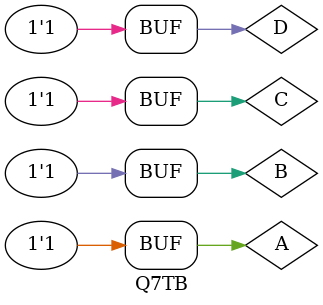
<source format=v>
module Q7 (W,X,Y,Z,A,B,C,D);
output W,X,Y,Z;
input A,B,C,D;
wire w1,w2,w3;
assign w1 = A ^ B;
assign w2 = w1 ^ C;
assign w3 = w2 ^ D;
assign W = A;
assign X = w1;
assign Y = w2;
assign Z = w3;

endmodule

module Q7TB;
reg A,B,C,D;
wire W,X,Y,Z;

Q7 M0 (W,X,Y,Z,A,B,C,D);

initial begin
    $dumpfile("4.7TB.vcd");
    $dumpvars(0, Q7TB);
end

initial begin
    A = 1'b0;B = 1'b0; C = 1'b0; D = 1'b0;
    #4 A = 1'b0;B = 1'b0; C = 1'b0; D = 1'b1;
    #4 A = 1'b0;B = 1'b0; C = 1'b1; D = 1'b0;
    #4 A = 1'b0;B = 1'b0; C = 1'b1; D = 1'b1;
    #4 A = 1'b0;B = 1'b1; C = 1'b0; D = 1'b0;
    #4 A = 1'b0;B = 1'b1; C = 1'b0; D = 1'b1;
    #4 A = 1'b0;B = 1'b1; C = 1'b1; D = 1'b0;
    #4 A = 1'b0;B = 1'b1; C = 1'b1; D = 1'b1;
    #4 A = 1'b1;B = 1'b0; C = 1'b0; D = 1'b0;
    #4 A = 1'b1;B = 1'b0; C = 1'b0; D = 1'b1;
    #4 A = 1'b1;B = 1'b0; C = 1'b1; D = 1'b0;
    #4 A = 1'b1;B = 1'b0; C = 1'b1; D = 1'b1;
    #4 A = 1'b1;B = 1'b1; C = 1'b0; D = 1'b0;
    #4 A = 1'b1;B = 1'b1; C = 1'b0; D = 1'b1;
    #4 A = 1'b1;B = 1'b1; C = 1'b1; D = 1'b0;
    #4 A = 1'b1;B = 1'b1; C = 1'b1; D = 1'b1;
end
endmodule
</source>
